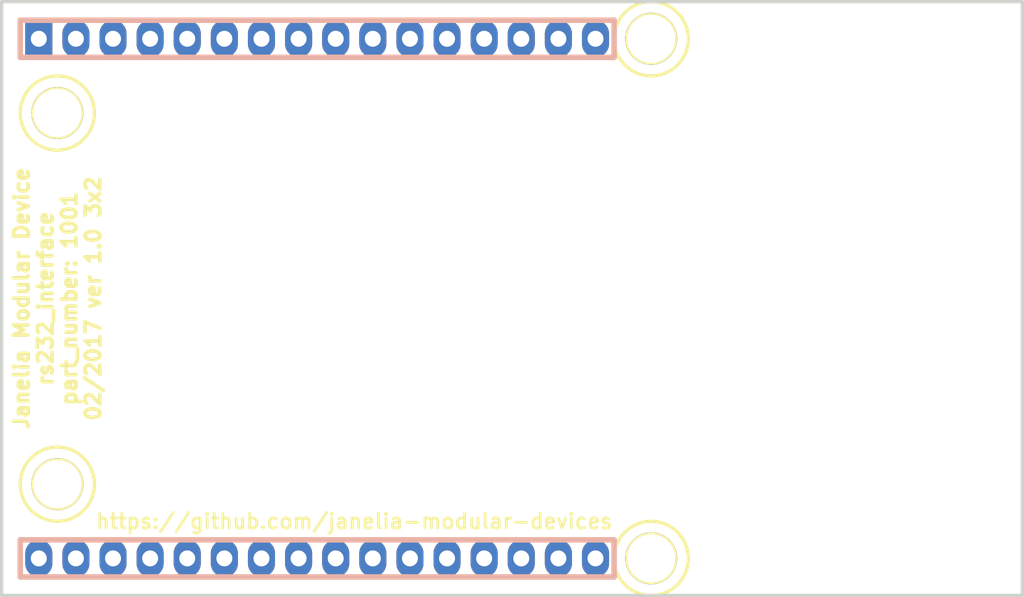
<source format=kicad_pcb>
(kicad_pcb (version 20170123) (host pcbnew no-vcs-found-ea855c1~58~ubuntu16.04.1)

  (general
    (links 0)
    (no_connects 0)
    (area 85.356699 68.211699 155.943301 109.588301)
    (thickness 1.6)
    (drawings 6)
    (tracks 0)
    (zones 0)
    (modules 1)
    (nets 1)
  )

  (page A4)
  (title_block
    (title rs232_interface_3x2)
    (rev 1.0)
  )

  (layers
    (0 F.Cu signal)
    (31 B.Cu signal)
    (32 B.Adhes user)
    (33 F.Adhes user)
    (34 B.Paste user)
    (35 F.Paste user)
    (36 B.SilkS user)
    (37 F.SilkS user)
    (38 B.Mask user)
    (39 F.Mask user)
    (40 Dwgs.User user hide)
    (41 Cmts.User user)
    (42 Eco1.User user)
    (43 Eco2.User user)
    (44 Edge.Cuts user)
    (45 Margin user)
    (46 B.CrtYd user)
    (47 F.CrtYd user)
    (48 B.Fab user)
    (49 F.Fab user hide)
  )

  (setup
    (last_trace_width 0.254)
    (trace_clearance 0.0254)
    (zone_clearance 0.2032)
    (zone_45_only no)
    (trace_min 0.254)
    (segment_width 0.2286)
    (edge_width 0.2286)
    (via_size 0.889)
    (via_drill 0.635)
    (via_min_size 0.889)
    (via_min_drill 0.508)
    (uvia_size 0.508)
    (uvia_drill 0.127)
    (uvias_allowed no)
    (uvia_min_size 0.508)
    (uvia_min_drill 0.127)
    (pcb_text_width 0.3)
    (pcb_text_size 1.5 1.5)
    (mod_edge_width 0.381)
    (mod_text_size 1 1)
    (mod_text_width 0.15)
    (pad_size 1.016 4.4958)
    (pad_drill 0)
    (pad_to_mask_clearance 0)
    (aux_axis_origin 0 0)
    (visible_elements FFFFF77F)
    (pcbplotparams
      (layerselection 0x000f0_ffffffff)
      (usegerberextensions true)
      (excludeedgelayer false)
      (linewidth 0.100000)
      (plotframeref false)
      (viasonmask false)
      (mode 1)
      (useauxorigin false)
      (hpglpennumber 1)
      (hpglpenspeed 20)
      (hpglpendiameter 15)
      (psnegative false)
      (psa4output false)
      (plotreference true)
      (plotvalue true)
      (plotinvisibletext false)
      (padsonsilk false)
      (subtractmaskfromsilk true)
      (outputformat 1)
      (mirror false)
      (drillshape 0)
      (scaleselection 1)
      (outputdirectory gerbers/))
  )

  (net 0 "")

  (net_class Default "This is the default net class."
    (clearance 0.0254)
    (trace_width 0.254)
    (via_dia 0.889)
    (via_drill 0.635)
    (uvia_dia 0.508)
    (uvia_drill 0.127)
    (diff_pair_gap 0.254)
    (diff_pair_width 0.254)
  )

  (net_class GND ""
    (clearance 0.1016)
    (trace_width 0.4064)
    (via_dia 0.889)
    (via_drill 0.635)
    (uvia_dia 0.508)
    (uvia_drill 0.127)
    (diff_pair_gap 0.254)
    (diff_pair_width 0.254)
  )

  (net_class LEDPOWER ""
    (clearance 0.254)
    (trace_width 0.6096)
    (via_dia 0.889)
    (via_drill 0.635)
    (uvia_dia 0.508)
    (uvia_drill 0.127)
    (diff_pair_gap 0.254)
    (diff_pair_width 0.254)
  )

  (net_class POWER ""
    (clearance 0.254)
    (trace_width 0.8128)
    (via_dia 0.889)
    (via_drill 0.635)
    (uvia_dia 0.508)
    (uvia_drill 0.127)
    (diff_pair_gap 0.254)
    (diff_pair_width 0.254)
  )

  (net_class SIGNAL ""
    (clearance 0.1016)
    (trace_width 0.4064)
    (via_dia 0.889)
    (via_drill 0.635)
    (uvia_dia 0.508)
    (uvia_drill 0.127)
    (diff_pair_gap 0.254)
    (diff_pair_width 0.254)
  )

  (net_class SUPERPOWER ""
    (clearance 0.254)
    (trace_width 1.2192)
    (via_dia 0.889)
    (via_drill 0.635)
    (uvia_dia 0.508)
    (uvia_drill 0.127)
    (diff_pair_gap 0.254)
    (diff_pair_width 0.254)
  )

  (module rs232_interface_3x2:MODULAR_DEVICE_BASE_3X2_MALE (layer F.Cu) (tedit 5894A56C) (tstamp 589B69A7)
    (at 107.315 88.9)
    (path /589B6745)
    (fp_text reference MDB1 (at 0 0) (layer F.SilkS) hide
      (effects (font (size 1.016 1.016) (thickness 0.254)))
    )
    (fp_text value MODULAR_DEVICE_BASE_3X2_MALE (at 0 2.54) (layer F.SilkS) hide
      (effects (font (thickness 0.3048)))
    )
    (fp_circle (center -17.78 -12.7) (end -15.24 -12.7) (layer F.SilkS) (width 0.2286))
    (fp_circle (center -17.78 12.7) (end -15.24 12.7) (layer F.SilkS) (width 0.2286))
    (fp_circle (center 22.86 17.78) (end 25.4 17.78) (layer F.SilkS) (width 0.2286))
    (fp_circle (center 22.86 -17.78) (end 25.4 -17.78) (layer F.SilkS) (width 0.2286))
    (fp_line (start -20.32 16.51) (end -20.32 19.05) (layer B.SilkS) (width 0.381))
    (fp_line (start -20.32 19.05) (end 20.32 19.05) (layer B.SilkS) (width 0.381))
    (fp_line (start 20.32 19.05) (end 20.32 16.51) (layer B.SilkS) (width 0.381))
    (fp_line (start 20.32 16.51) (end -20.32 16.51) (layer B.SilkS) (width 0.381))
    (fp_line (start -20.32 -19.05) (end -20.32 -16.51) (layer B.SilkS) (width 0.381))
    (fp_line (start -20.32 -16.51) (end 20.32 -16.51) (layer B.SilkS) (width 0.381))
    (fp_line (start 20.32 -16.51) (end 20.32 -19.05) (layer B.SilkS) (width 0.381))
    (fp_line (start 20.32 -19.05) (end -20.32 -19.05) (layer B.SilkS) (width 0.381))
    (fp_line (start -21.59 -20.32) (end -21.59 20.32) (layer F.Fab) (width 0.2286))
    (fp_line (start -21.59 20.32) (end 48.26 20.32) (layer F.Fab) (width 0.2286))
    (fp_line (start 48.26 20.32) (end 48.26 -20.32) (layer F.Fab) (width 0.2286))
    (fp_line (start 48.26 -20.32) (end -21.59 -20.32) (layer F.Fab) (width 0.2286))
    (pad GND thru_hole oval (at -16.51 -17.78) (size 1.8542 2.54) (drill 1.0922) (layers *.Cu *.Mask))
    (pad 24 thru_hole oval (at -13.97 -17.78) (size 1.8542 2.54) (drill 1.0922) (layers *.Cu *.Mask))
    (pad VDD thru_hole rect (at -19.05 -17.78) (size 1.8542 2.54) (drill 1.0922) (layers *.Cu *.Mask))
    (pad 25 thru_hole oval (at -11.43 -17.78) (size 1.8542 2.54) (drill 1.0922) (layers *.Cu *.Mask))
    (pad 2 thru_hole oval (at -8.89 -17.78) (size 1.8542 2.54) (drill 1.0922) (layers *.Cu *.Mask))
    (pad 3 thru_hole oval (at -6.35 -17.78) (size 1.8542 2.54) (drill 1.0922) (layers *.Cu *.Mask))
    (pad 4 thru_hole oval (at -3.81 -17.78) (size 1.8542 2.54) (drill 1.0922) (layers *.Cu *.Mask))
    (pad 5 thru_hole oval (at -1.27 -17.78) (size 1.8542 2.54) (drill 1.0922) (layers *.Cu *.Mask))
    (pad 6 thru_hole oval (at 1.27 -17.78) (size 1.8542 2.54) (drill 1.0922) (layers *.Cu *.Mask))
    (pad 30 thru_hole oval (at 3.81 -17.78) (size 1.8542 2.54) (drill 1.0922) (layers *.Cu *.Mask))
    (pad 29 thru_hole oval (at 6.35 -17.78) (size 1.8542 2.54) (drill 1.0922) (layers *.Cu *.Mask))
    (pad 9 thru_hole oval (at 8.89 -17.78) (size 1.8542 2.54) (drill 1.0922) (layers *.Cu *.Mask))
    (pad 10 thru_hole oval (at 11.43 -17.78) (size 1.8542 2.54) (drill 1.0922) (layers *.Cu *.Mask))
    (pad 11 thru_hole oval (at 13.97 -17.78) (size 1.8542 2.54) (drill 1.0922) (layers *.Cu *.Mask))
    (pad 12 thru_hole oval (at 16.51 -17.78) (size 1.8542 2.54) (drill 1.0922) (layers *.Cu *.Mask))
    (pad 28 thru_hole oval (at 19.05 -17.78) (size 1.8542 2.54) (drill 1.0922) (layers *.Cu *.Mask))
    (pad DAC thru_hole oval (at 19.05 17.78) (size 1.8542 2.54) (drill 1.0922) (layers *.Cu *.Mask))
    (pad 13 thru_hole oval (at 16.51 17.78) (size 1.8542 2.54) (drill 1.0922) (layers *.Cu *.Mask))
    (pad 14 thru_hole oval (at 13.97 17.78) (size 1.8542 2.54) (drill 1.0922) (layers *.Cu *.Mask))
    (pad 15 thru_hole oval (at 11.43 17.78) (size 1.8542 2.54) (drill 1.0922) (layers *.Cu *.Mask))
    (pad 16 thru_hole oval (at 8.89 17.78) (size 1.8542 2.54) (drill 1.0922) (layers *.Cu *.Mask))
    (pad 17 thru_hole oval (at 6.35 17.78) (size 1.8542 2.54) (drill 1.0922) (layers *.Cu *.Mask))
    (pad 18 thru_hole oval (at 3.81 17.78) (size 1.8542 2.54) (drill 1.0922) (layers *.Cu *.Mask))
    (pad 19 thru_hole oval (at 1.27 17.78) (size 1.8542 2.54) (drill 1.0922) (layers *.Cu *.Mask))
    (pad 20 thru_hole oval (at -1.27 17.78) (size 1.8542 2.54) (drill 1.0922) (layers *.Cu *.Mask))
    (pad 21 thru_hole oval (at -3.81 17.78) (size 1.8542 2.54) (drill 1.0922) (layers *.Cu *.Mask))
    (pad 22 thru_hole oval (at -6.35 17.78) (size 1.8542 2.54) (drill 1.0922) (layers *.Cu *.Mask))
    (pad 23 thru_hole oval (at -8.89 17.78) (size 1.8542 2.54) (drill 1.0922) (layers *.Cu *.Mask))
    (pad 3V3 thru_hole oval (at -11.43 17.78) (size 1.8542 2.54) (drill 1.0922) (layers *.Cu *.Mask))
    (pad AGND thru_hole oval (at -13.97 17.78) (size 1.8542 2.54) (drill 1.0922) (layers *.Cu *.Mask))
    (pad VEE thru_hole oval (at -16.51 17.78) (size 1.8542 2.54) (drill 1.0922) (layers *.Cu *.Mask))
    (pad AREF thru_hole oval (at -19.05 17.78) (size 1.8542 2.54) (drill 1.0922) (layers *.Cu *.Mask))
    (pad "" thru_hole circle (at -17.78 -12.7) (size 3.556 3.556) (drill 3.302) (layers *.Cu *.Mask F.SilkS))
    (pad "" thru_hole circle (at -17.78 12.7) (size 3.556 3.556) (drill 3.302) (layers *.Cu *.Mask F.SilkS))
    (pad "" thru_hole circle (at 22.86 17.78) (size 3.556 3.556) (drill 3.302) (layers *.Cu *.Mask F.SilkS))
    (pad "" thru_hole circle (at 22.86 -17.78) (size 3.556 3.556) (drill 3.302) (layers *.Cu *.Mask F.SilkS))
  )

  (gr_line (start 155.575 68.58) (end 85.725 68.58) (angle 90) (layer Edge.Cuts) (width 0.2286))
  (gr_line (start 155.575 109.22) (end 155.575 68.58) (angle 90) (layer Edge.Cuts) (width 0.2286))
  (gr_line (start 85.725 109.22) (end 155.575 109.22) (angle 90) (layer Edge.Cuts) (width 0.2286))
  (gr_line (start 85.725 68.58) (end 85.725 109.22) (angle 90) (layer Edge.Cuts) (width 0.2286))
  (gr_text https://github.com/janelia-modular-devices (at 109.855 104.14) (layer F.SilkS)
    (effects (font (size 1.016 1.016) (thickness 0.1905)))
  )
  (gr_text "Janelia Modular Device\nrs232_interface\npart_number: 1001\n02/2017 ver 1.0 3x2" (at 89.535 88.9 90) (layer F.SilkS)
    (effects (font (size 1.016 1.016) (thickness 0.254)))
  )

)

</source>
